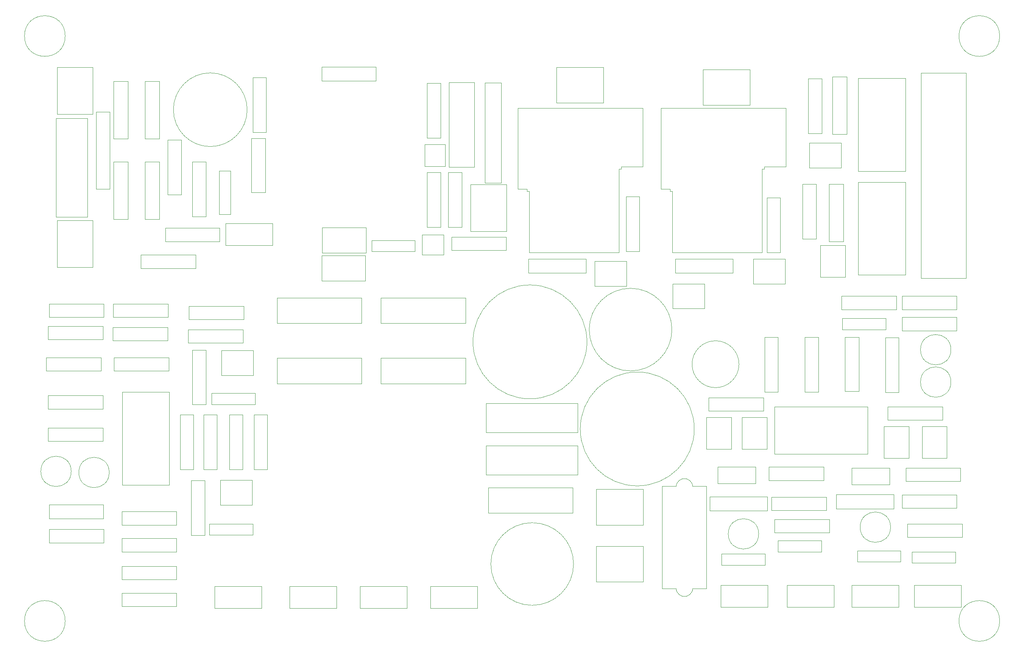
<source format=gbr>
%TF.GenerationSoftware,KiCad,Pcbnew,(5.1.9)-1*%
%TF.CreationDate,2021-11-22T08:04:15-03:00*%
%TF.ProjectId,inversor 1.2,696e7665-7273-46f7-9220-312e322e6b69,rev?*%
%TF.SameCoordinates,Original*%
%TF.FileFunction,Other,User*%
%FSLAX46Y46*%
G04 Gerber Fmt 4.6, Leading zero omitted, Abs format (unit mm)*
G04 Created by KiCad (PCBNEW (5.1.9)-1) date 2021-11-22 08:04:15*
%MOMM*%
%LPD*%
G01*
G04 APERTURE LIST*
%ADD10C,0.050000*%
G04 APERTURE END LIST*
D10*
%TO.C,R23*%
X56000000Y-37450000D02*
X53000000Y-37450000D01*
X53000000Y-37450000D02*
X53000000Y-54790000D01*
X53000000Y-54790000D02*
X56000000Y-54790000D01*
X56000000Y-54790000D02*
X56000000Y-37450000D01*
%TO.C,R26*%
X88000000Y-42050000D02*
X91000000Y-42050000D01*
X91000000Y-42050000D02*
X91000000Y-29790000D01*
X91000000Y-29790000D02*
X88000000Y-29790000D01*
X88000000Y-29790000D02*
X88000000Y-42050000D01*
%TO.C,U2*%
X225550000Y-114100000D02*
X225550000Y-103550000D01*
X204700000Y-114100000D02*
X225550000Y-114100000D01*
X204700000Y-103550000D02*
X204700000Y-114100000D01*
X225550000Y-103550000D02*
X204700000Y-103550000D01*
%TO.C,U1*%
X69350000Y-100200000D02*
X58800000Y-100200000D01*
X69350000Y-121050000D02*
X69350000Y-100200000D01*
X58800000Y-121050000D02*
X69350000Y-121050000D01*
X58800000Y-100200000D02*
X58800000Y-121050000D01*
%TO.C,~*%
X46050000Y-151500000D02*
G75*
G03*
X46050000Y-151500000I-4550000J0D01*
G01*
X46050000Y-20500000D02*
G75*
G03*
X46050000Y-20500000I-4550000J0D01*
G01*
X255050000Y-151500000D02*
G75*
G03*
X255050000Y-151500000I-4550000J0D01*
G01*
X255050000Y-20500000D02*
G75*
G03*
X255050000Y-20500000I-4550000J0D01*
G01*
%TO.C,C12*%
X51000000Y-61050000D02*
X51000000Y-38950000D01*
X44000000Y-61050000D02*
X51000000Y-61050000D01*
X44000000Y-38950000D02*
X44000000Y-61050000D01*
X51000000Y-38950000D02*
X44000000Y-38950000D01*
%TO.C,C11*%
X186750000Y-108500000D02*
G75*
G03*
X186750000Y-108500000I-12750000J0D01*
G01*
%TO.C,C17*%
X162750000Y-89000000D02*
G75*
G03*
X162750000Y-89000000I-12750000J0D01*
G01*
%TO.C,R5*%
X42450000Y-131000000D02*
X42450000Y-134000000D01*
X42450000Y-134000000D02*
X54710000Y-134000000D01*
X54710000Y-134000000D02*
X54710000Y-131000000D01*
X54710000Y-131000000D02*
X42450000Y-131000000D01*
%TO.C,J6*%
X52250000Y-61790000D02*
X52250000Y-72290000D01*
X52250000Y-61790000D02*
X44250000Y-61790000D01*
X44250000Y-72290000D02*
X52250000Y-72290000D01*
X44250000Y-72290000D02*
X44250000Y-61790000D01*
%TO.C,TH3*%
X68960000Y-85750000D02*
X56700000Y-85750000D01*
X68960000Y-88750000D02*
X68960000Y-85750000D01*
X56700000Y-88750000D02*
X68960000Y-88750000D01*
X56700000Y-85750000D02*
X56700000Y-88750000D01*
%TO.C,C6*%
X196750000Y-94000000D02*
G75*
G03*
X196750000Y-94000000I-5250000J0D01*
G01*
%TO.C,Q22*%
X199990000Y-70450000D02*
X207090000Y-70450000D01*
X199990000Y-70450000D02*
X199990000Y-76010000D01*
X207090000Y-76010000D02*
X207090000Y-70450000D01*
X207090000Y-76010000D02*
X199990000Y-76010000D01*
%TO.C,Q21*%
X189010000Y-81550000D02*
X181910000Y-81550000D01*
X189010000Y-81550000D02*
X189010000Y-75990000D01*
X181910000Y-75990000D02*
X181910000Y-81550000D01*
X181910000Y-75990000D02*
X189010000Y-75990000D01*
%TO.C,Q20*%
X164490000Y-70950000D02*
X171590000Y-70950000D01*
X164490000Y-70950000D02*
X164490000Y-76510000D01*
X171590000Y-76510000D02*
X171590000Y-70950000D01*
X171590000Y-76510000D02*
X164490000Y-76510000D01*
%TO.C,Q19*%
X237700000Y-115010000D02*
X237700000Y-107910000D01*
X237700000Y-115010000D02*
X243260000Y-115010000D01*
X243260000Y-107910000D02*
X237700000Y-107910000D01*
X243260000Y-107910000D02*
X243260000Y-115010000D01*
%TO.C,Q18*%
X229200000Y-115010000D02*
X229200000Y-107910000D01*
X229200000Y-115010000D02*
X234760000Y-115010000D01*
X234760000Y-107910000D02*
X229200000Y-107910000D01*
X234760000Y-107910000D02*
X234760000Y-115010000D01*
%TO.C,Q17*%
X189450000Y-113010000D02*
X189450000Y-105910000D01*
X189450000Y-113010000D02*
X195010000Y-113010000D01*
X195010000Y-105910000D02*
X189450000Y-105910000D01*
X195010000Y-105910000D02*
X195010000Y-113010000D01*
%TO.C,Q16*%
X197450000Y-113010000D02*
X197450000Y-105910000D01*
X197450000Y-113010000D02*
X203010000Y-113010000D01*
X203010000Y-105910000D02*
X197450000Y-105910000D01*
X203010000Y-105910000D02*
X203010000Y-113010000D01*
%TO.C,Q15*%
X212490000Y-44450000D02*
X219590000Y-44450000D01*
X212490000Y-44450000D02*
X212490000Y-50010000D01*
X219590000Y-50010000D02*
X219590000Y-44450000D01*
X219590000Y-50010000D02*
X212490000Y-50010000D01*
%TO.C,Q14*%
X214950000Y-74510000D02*
X214950000Y-67410000D01*
X214950000Y-74510000D02*
X220510000Y-74510000D01*
X220510000Y-67410000D02*
X214950000Y-67410000D01*
X220510000Y-67410000D02*
X220510000Y-74510000D01*
%TO.C,C1*%
X55900000Y-118250000D02*
G75*
G03*
X55900000Y-118250000I-3400000J0D01*
G01*
%TO.C,C2*%
X201150000Y-132000000D02*
G75*
G03*
X201150000Y-132000000I-3400000J0D01*
G01*
%TO.C,C3*%
X47400000Y-118000000D02*
G75*
G03*
X47400000Y-118000000I-3400000J0D01*
G01*
%TO.C,C4*%
X115550000Y-27450000D02*
X103450000Y-27450000D01*
X115550000Y-30550000D02*
X115550000Y-27450000D01*
X103450000Y-30550000D02*
X115550000Y-30550000D01*
X103450000Y-27450000D02*
X103450000Y-30550000D01*
%TO.C,C5*%
X54550000Y-128550000D02*
X54550000Y-125450000D01*
X54550000Y-125450000D02*
X42450000Y-125450000D01*
X42450000Y-125450000D02*
X42450000Y-128550000D01*
X42450000Y-128550000D02*
X54550000Y-128550000D01*
%TO.C,C7*%
X230650000Y-130500000D02*
G75*
G03*
X230650000Y-130500000I-3400000J0D01*
G01*
%TO.C,C8*%
X244150000Y-98000000D02*
G75*
G03*
X244150000Y-98000000I-3400000J0D01*
G01*
%TO.C,C9*%
X159750000Y-138750000D02*
G75*
G03*
X159750000Y-138750000I-9250000J0D01*
G01*
%TO.C,C10*%
X220450000Y-87950000D02*
X220450000Y-100050000D01*
X223550000Y-87950000D02*
X220450000Y-87950000D01*
X223550000Y-100050000D02*
X223550000Y-87950000D01*
X220450000Y-100050000D02*
X223550000Y-100050000D01*
%TO.C,C13*%
X86750000Y-37000000D02*
G75*
G03*
X86750000Y-37000000I-8250000J0D01*
G01*
%TO.C,C14*%
X80550000Y-63450000D02*
X68450000Y-63450000D01*
X80550000Y-66550000D02*
X80550000Y-63450000D01*
X68450000Y-66550000D02*
X80550000Y-66550000D01*
X68450000Y-63450000D02*
X68450000Y-66550000D01*
%TO.C,C15*%
X90800000Y-43450000D02*
X87700000Y-43450000D01*
X87700000Y-43450000D02*
X87700000Y-55550000D01*
X87700000Y-55550000D02*
X90800000Y-55550000D01*
X90800000Y-55550000D02*
X90800000Y-43450000D01*
%TO.C,C16*%
X181750000Y-86250000D02*
G75*
G03*
X181750000Y-86250000I-9250000J0D01*
G01*
%TO.C,C18*%
X244150000Y-90750000D02*
G75*
G03*
X244150000Y-90750000I-3400000J0D01*
G01*
%TO.C,D1*%
X205450000Y-133500000D02*
X205450000Y-136000000D01*
X205450000Y-136000000D02*
X215170000Y-136000000D01*
X215170000Y-136000000D02*
X215170000Y-133500000D01*
X215170000Y-133500000D02*
X205450000Y-133500000D01*
%TO.C,D2*%
X203100000Y-123650000D02*
X190240000Y-123650000D01*
X203100000Y-126850000D02*
X203100000Y-123650000D01*
X190240000Y-126850000D02*
X203100000Y-126850000D01*
X190240000Y-123650000D02*
X190240000Y-126850000D01*
%TO.C,D3*%
X202550000Y-139000000D02*
X202550000Y-136500000D01*
X202550000Y-136500000D02*
X192830000Y-136500000D01*
X192830000Y-136500000D02*
X192830000Y-139000000D01*
X192830000Y-139000000D02*
X202550000Y-139000000D01*
%TO.C,D4*%
X232920000Y-135750000D02*
X223200000Y-135750000D01*
X232920000Y-138250000D02*
X232920000Y-135750000D01*
X223200000Y-138250000D02*
X232920000Y-138250000D01*
X223200000Y-135750000D02*
X223200000Y-138250000D01*
%TO.C,D5*%
X231350000Y-126350000D02*
X231350000Y-123150000D01*
X231350000Y-123150000D02*
X218490000Y-123150000D01*
X218490000Y-123150000D02*
X218490000Y-126350000D01*
X218490000Y-126350000D02*
X231350000Y-126350000D01*
%TO.C,D6*%
X245170000Y-136000000D02*
X235450000Y-136000000D01*
X245170000Y-138500000D02*
X245170000Y-136000000D01*
X235450000Y-138500000D02*
X245170000Y-138500000D01*
X235450000Y-136000000D02*
X235450000Y-138500000D01*
%TO.C,D7*%
X88050000Y-132250000D02*
X88050000Y-129750000D01*
X88050000Y-129750000D02*
X78330000Y-129750000D01*
X78330000Y-129750000D02*
X78330000Y-132250000D01*
X78330000Y-132250000D02*
X88050000Y-132250000D01*
%TO.C,D8*%
X78830000Y-103000000D02*
X88550000Y-103000000D01*
X78830000Y-100500000D02*
X78830000Y-103000000D01*
X88550000Y-100500000D02*
X78830000Y-100500000D01*
X88550000Y-103000000D02*
X88550000Y-100500000D01*
%TO.C,D9*%
X116660000Y-84850000D02*
X135600000Y-84850000D01*
X116660000Y-79150000D02*
X116660000Y-84850000D01*
X135600000Y-79150000D02*
X116660000Y-79150000D01*
X135600000Y-84850000D02*
X135600000Y-79150000D01*
%TO.C,D10*%
X112350000Y-84850000D02*
X112350000Y-79150000D01*
X112350000Y-79150000D02*
X93410000Y-79150000D01*
X93410000Y-79150000D02*
X93410000Y-84850000D01*
X93410000Y-84850000D02*
X112350000Y-84850000D01*
%TO.C,D11*%
X116660000Y-98350000D02*
X135600000Y-98350000D01*
X116660000Y-92650000D02*
X116660000Y-98350000D01*
X135600000Y-92650000D02*
X116660000Y-92650000D01*
X135600000Y-98350000D02*
X135600000Y-92650000D01*
%TO.C,D12*%
X112350000Y-98350000D02*
X112350000Y-92650000D01*
X112350000Y-92650000D02*
X93410000Y-92650000D01*
X93410000Y-92650000D02*
X93410000Y-98350000D01*
X93410000Y-98350000D02*
X112350000Y-98350000D01*
%TO.C,D13*%
X60100000Y-43510000D02*
X60100000Y-30650000D01*
X56900000Y-43510000D02*
X60100000Y-43510000D01*
X56900000Y-30650000D02*
X56900000Y-43510000D01*
X60100000Y-30650000D02*
X56900000Y-30650000D01*
%TO.C,D14*%
X60100000Y-61510000D02*
X60100000Y-48650000D01*
X56900000Y-61510000D02*
X60100000Y-61510000D01*
X56900000Y-48650000D02*
X56900000Y-61510000D01*
X60100000Y-48650000D02*
X56900000Y-48650000D01*
%TO.C,D15*%
X67100000Y-30650000D02*
X63900000Y-30650000D01*
X63900000Y-30650000D02*
X63900000Y-43510000D01*
X63900000Y-43510000D02*
X67100000Y-43510000D01*
X67100000Y-43510000D02*
X67100000Y-30650000D01*
%TO.C,D16*%
X67100000Y-61510000D02*
X67100000Y-48650000D01*
X63900000Y-61510000D02*
X67100000Y-61510000D01*
X63900000Y-48650000D02*
X63900000Y-61510000D01*
X67100000Y-48650000D02*
X63900000Y-48650000D01*
%TO.C,D17*%
X83000000Y-60420000D02*
X83000000Y-50700000D01*
X80500000Y-60420000D02*
X83000000Y-60420000D01*
X80500000Y-50700000D02*
X80500000Y-60420000D01*
X83000000Y-50700000D02*
X80500000Y-50700000D01*
%TO.C,D18*%
X131900000Y-30910000D02*
X131900000Y-49850000D01*
X137600000Y-30910000D02*
X131900000Y-30910000D01*
X137600000Y-49850000D02*
X137600000Y-30910000D01*
X131900000Y-49850000D02*
X137600000Y-49850000D01*
%TO.C,D19*%
X126500000Y-49650000D02*
X131000000Y-49650000D01*
X131000000Y-49650000D02*
X131000000Y-44800000D01*
X131000000Y-44800000D02*
X126500000Y-44800000D01*
X126500000Y-44800000D02*
X126500000Y-49650000D01*
%TO.C,D20*%
X130700000Y-65000000D02*
X125850000Y-65000000D01*
X130700000Y-69500000D02*
X130700000Y-65000000D01*
X125850000Y-69500000D02*
X130700000Y-69500000D01*
X125850000Y-65000000D02*
X125850000Y-69500000D01*
%TO.C,D23*%
X140650000Y-121650000D02*
X140650000Y-127350000D01*
X140650000Y-127350000D02*
X159590000Y-127350000D01*
X159590000Y-127350000D02*
X159590000Y-121650000D01*
X159590000Y-121650000D02*
X140650000Y-121650000D01*
%TO.C,D24*%
X220850000Y-29650000D02*
X217650000Y-29650000D01*
X217650000Y-29650000D02*
X217650000Y-42510000D01*
X217650000Y-42510000D02*
X220850000Y-42510000D01*
X220850000Y-42510000D02*
X220850000Y-29650000D01*
%TO.C,D27*%
X220100000Y-53650000D02*
X216900000Y-53650000D01*
X216900000Y-53650000D02*
X216900000Y-66510000D01*
X216900000Y-66510000D02*
X220100000Y-66510000D01*
X220100000Y-66510000D02*
X220100000Y-53650000D01*
%TO.C,D28*%
X149650000Y-70400000D02*
X149650000Y-73600000D01*
X149650000Y-73600000D02*
X162510000Y-73600000D01*
X162510000Y-73600000D02*
X162510000Y-70400000D01*
X162510000Y-70400000D02*
X149650000Y-70400000D01*
%TO.C,D29*%
X195350000Y-70400000D02*
X182490000Y-70400000D01*
X195350000Y-73600000D02*
X195350000Y-70400000D01*
X182490000Y-73600000D02*
X195350000Y-73600000D01*
X182490000Y-70400000D02*
X182490000Y-73600000D01*
%TO.C,DZ1*%
X114580000Y-68750000D02*
X124300000Y-68750000D01*
X114580000Y-66250000D02*
X114580000Y-68750000D01*
X124300000Y-66250000D02*
X114580000Y-66250000D01*
X124300000Y-68750000D02*
X124300000Y-66250000D01*
%TO.C,DZ2*%
X219830000Y-86250000D02*
X229550000Y-86250000D01*
X219830000Y-83750000D02*
X219830000Y-86250000D01*
X229550000Y-83750000D02*
X219830000Y-83750000D01*
X229550000Y-86250000D02*
X229550000Y-83750000D01*
%TO.C,F1*%
X160650000Y-109250000D02*
X140150000Y-109250000D01*
X160650000Y-109250000D02*
X160650000Y-102750000D01*
X140150000Y-102750000D02*
X140150000Y-109250000D01*
X140150000Y-102750000D02*
X160650000Y-102750000D01*
%TO.C,F2*%
X184950000Y-119650000D02*
X185750000Y-120050000D01*
X183250000Y-120050000D02*
X184050000Y-119650000D01*
X182650000Y-121100000D02*
X182650000Y-121350000D01*
X182750000Y-120750000D02*
X182650000Y-121100000D01*
X183250000Y-120050000D02*
X182750000Y-120750000D01*
X184950000Y-119650000D02*
X184050000Y-119650000D01*
X186250000Y-120750000D02*
X185750000Y-120050000D01*
X186350000Y-121100000D02*
X186250000Y-120750000D01*
X186350000Y-121350000D02*
X186350000Y-121100000D01*
X183250000Y-145550000D02*
X184050000Y-145950000D01*
X182750000Y-144850000D02*
X183250000Y-145550000D01*
X182650000Y-144500000D02*
X182750000Y-144850000D01*
X182650000Y-144250000D02*
X182650000Y-144500000D01*
X186250000Y-144850000D02*
X186350000Y-144500000D01*
X185750000Y-145550000D02*
X186250000Y-144850000D01*
X184950000Y-145950000D02*
X185750000Y-145550000D01*
X184050000Y-145950000D02*
X184950000Y-145950000D01*
X186350000Y-144250000D02*
X186350000Y-144500000D01*
X182650000Y-144250000D02*
X179550000Y-144250000D01*
X186350000Y-144250000D02*
X189450000Y-144250000D01*
X186350000Y-121350000D02*
X189450000Y-121350000D01*
X189450000Y-121350000D02*
X189450000Y-144250000D01*
X179550000Y-144250000D02*
X179550000Y-121350000D01*
X179550000Y-121350000D02*
X182650000Y-121350000D01*
%TO.C,F3*%
X140150000Y-112250000D02*
X160650000Y-112250000D01*
X140150000Y-112250000D02*
X140150000Y-118750000D01*
X160650000Y-118750000D02*
X160650000Y-112250000D01*
X160650000Y-118750000D02*
X140150000Y-118750000D01*
%TO.C,J1*%
X166460000Y-35500000D02*
X155960000Y-35500000D01*
X166460000Y-35500000D02*
X166460000Y-27500000D01*
X155960000Y-27500000D02*
X155960000Y-35500000D01*
X155960000Y-27500000D02*
X166460000Y-27500000D01*
%TO.C,J2*%
X188710000Y-28000000D02*
X199210000Y-28000000D01*
X188710000Y-28000000D02*
X188710000Y-36000000D01*
X199210000Y-36000000D02*
X199210000Y-28000000D01*
X199210000Y-36000000D02*
X188710000Y-36000000D01*
%TO.C,J3*%
X164790000Y-122000000D02*
X175290000Y-122000000D01*
X164790000Y-122000000D02*
X164790000Y-130000000D01*
X175290000Y-130000000D02*
X175290000Y-122000000D01*
X175290000Y-130000000D02*
X164790000Y-130000000D01*
%TO.C,J4*%
X175290000Y-142750000D02*
X164790000Y-142750000D01*
X175290000Y-142750000D02*
X175290000Y-134750000D01*
X164790000Y-134750000D02*
X164790000Y-142750000D01*
X164790000Y-134750000D02*
X175290000Y-134750000D01*
%TO.C,J5*%
X44250000Y-38040000D02*
X44250000Y-27540000D01*
X44250000Y-38040000D02*
X52250000Y-38040000D01*
X52250000Y-27540000D02*
X44250000Y-27540000D01*
X52250000Y-27540000D02*
X52250000Y-38040000D01*
%TO.C,J7*%
X247500000Y-74750000D02*
X247500000Y-28750000D01*
X237500000Y-74750000D02*
X247500000Y-74750000D01*
X237500000Y-28750000D02*
X237500000Y-74750000D01*
X247500000Y-28750000D02*
X237500000Y-28750000D01*
%TO.C,K1*%
X223390000Y-50760000D02*
X223390000Y-29960000D01*
X223390000Y-50760000D02*
X233990000Y-50760000D01*
X233990000Y-29960000D02*
X223390000Y-29960000D01*
X233990000Y-29960000D02*
X233990000Y-50760000D01*
%TO.C,K2*%
X233990000Y-53210000D02*
X233990000Y-74010000D01*
X233990000Y-53210000D02*
X223390000Y-53210000D01*
X223390000Y-74010000D02*
X233990000Y-74010000D01*
X223390000Y-74010000D02*
X223390000Y-53210000D01*
%TO.C,K3*%
X169900000Y-50270000D02*
X170410000Y-50270000D01*
X170410000Y-50270000D02*
X170410000Y-49760000D01*
X149290000Y-55270000D02*
X149290000Y-54760000D01*
X149290000Y-55270000D02*
X149800000Y-55270000D01*
X147300000Y-54760000D02*
X149290000Y-54760000D01*
X149800000Y-68960000D02*
X149800000Y-55270000D01*
X175200000Y-49760000D02*
X175200000Y-36660000D01*
X147300000Y-36660000D02*
X175200000Y-36660000D01*
X149800000Y-68960000D02*
X169900000Y-68960000D01*
X147300000Y-54760000D02*
X147300000Y-36660000D01*
X170410000Y-49760000D02*
X175200000Y-49760000D01*
X169900000Y-68960000D02*
X169900000Y-50270000D01*
%TO.C,K4*%
X201900000Y-68960000D02*
X201900000Y-50270000D01*
X202410000Y-49760000D02*
X207200000Y-49760000D01*
X179300000Y-54760000D02*
X179300000Y-36660000D01*
X181800000Y-68960000D02*
X201900000Y-68960000D01*
X179300000Y-36660000D02*
X207200000Y-36660000D01*
X207200000Y-49760000D02*
X207200000Y-36660000D01*
X181800000Y-68960000D02*
X181800000Y-55270000D01*
X179300000Y-54760000D02*
X181290000Y-54760000D01*
X181290000Y-55270000D02*
X181800000Y-55270000D01*
X181290000Y-55270000D02*
X181290000Y-54760000D01*
X202410000Y-50270000D02*
X202410000Y-49760000D01*
X201900000Y-50270000D02*
X202410000Y-50270000D01*
%TO.C,Q1*%
X191960000Y-120750000D02*
X200460000Y-120750000D01*
X191960000Y-117000000D02*
X191960000Y-120750000D01*
X200460000Y-117000000D02*
X191960000Y-117000000D01*
X200460000Y-120750000D02*
X200460000Y-117000000D01*
%TO.C,Q2*%
X203210000Y-148400000D02*
X203210000Y-143490000D01*
X203210000Y-143490000D02*
X192710000Y-143490000D01*
X192710000Y-143490000D02*
X192710000Y-148400000D01*
X192710000Y-148400000D02*
X203210000Y-148400000D01*
%TO.C,Q3*%
X207460000Y-148400000D02*
X217960000Y-148400000D01*
X207460000Y-143490000D02*
X207460000Y-148400000D01*
X217960000Y-143490000D02*
X207460000Y-143490000D01*
X217960000Y-148400000D02*
X217960000Y-143490000D01*
%TO.C,Q4*%
X232460000Y-148400000D02*
X232460000Y-143490000D01*
X232460000Y-143490000D02*
X221960000Y-143490000D01*
X221960000Y-143490000D02*
X221960000Y-148400000D01*
X221960000Y-148400000D02*
X232460000Y-148400000D01*
%TO.C,Q5*%
X246460000Y-148400000D02*
X246460000Y-143490000D01*
X246460000Y-143490000D02*
X235960000Y-143490000D01*
X235960000Y-143490000D02*
X235960000Y-148400000D01*
X235960000Y-148400000D02*
X246460000Y-148400000D01*
%TO.C,Q6*%
X230460000Y-121000000D02*
X230460000Y-117250000D01*
X230460000Y-117250000D02*
X221960000Y-117250000D01*
X221960000Y-117250000D02*
X221960000Y-121000000D01*
X221960000Y-121000000D02*
X230460000Y-121000000D01*
%TO.C,Q7*%
X80740000Y-119950000D02*
X87840000Y-119950000D01*
X80740000Y-119950000D02*
X80740000Y-125510000D01*
X87840000Y-125510000D02*
X87840000Y-119950000D01*
X87840000Y-125510000D02*
X80740000Y-125510000D01*
%TO.C,Q8*%
X79460000Y-148650000D02*
X89960000Y-148650000D01*
X79460000Y-143740000D02*
X79460000Y-148650000D01*
X89960000Y-143740000D02*
X79460000Y-143740000D01*
X89960000Y-148650000D02*
X89960000Y-143740000D01*
%TO.C,Q9*%
X96210000Y-148650000D02*
X106710000Y-148650000D01*
X96210000Y-143740000D02*
X96210000Y-148650000D01*
X106710000Y-143740000D02*
X96210000Y-143740000D01*
X106710000Y-148650000D02*
X106710000Y-143740000D01*
%TO.C,Q10*%
X88090000Y-96510000D02*
X80990000Y-96510000D01*
X88090000Y-96510000D02*
X88090000Y-90950000D01*
X80990000Y-90950000D02*
X80990000Y-96510000D01*
X80990000Y-90950000D02*
X88090000Y-90950000D01*
%TO.C,Q11*%
X111960000Y-148650000D02*
X122460000Y-148650000D01*
X111960000Y-143740000D02*
X111960000Y-148650000D01*
X122460000Y-143740000D02*
X111960000Y-143740000D01*
X122460000Y-148650000D02*
X122460000Y-143740000D01*
%TO.C,Q12*%
X127710000Y-148650000D02*
X138210000Y-148650000D01*
X127710000Y-143740000D02*
X127710000Y-148650000D01*
X138210000Y-143740000D02*
X127710000Y-143740000D01*
X138210000Y-148650000D02*
X138210000Y-143740000D01*
%TO.C,Q13*%
X92460000Y-67400000D02*
X92460000Y-62490000D01*
X92460000Y-62490000D02*
X81960000Y-62490000D01*
X81960000Y-62490000D02*
X81960000Y-67400000D01*
X81960000Y-67400000D02*
X92460000Y-67400000D01*
%TO.C,R1*%
X215710000Y-117000000D02*
X203450000Y-117000000D01*
X215710000Y-120000000D02*
X215710000Y-117000000D01*
X203450000Y-120000000D02*
X215710000Y-120000000D01*
X203450000Y-117000000D02*
X203450000Y-120000000D01*
%TO.C,R2*%
X216300000Y-123750000D02*
X204040000Y-123750000D01*
X216300000Y-126750000D02*
X216300000Y-123750000D01*
X204040000Y-126750000D02*
X216300000Y-126750000D01*
X204040000Y-123750000D02*
X204040000Y-126750000D01*
%TO.C,R3*%
X216960000Y-128750000D02*
X204700000Y-128750000D01*
X216960000Y-131750000D02*
X216960000Y-128750000D01*
X204700000Y-131750000D02*
X216960000Y-131750000D01*
X204700000Y-128750000D02*
X204700000Y-131750000D01*
%TO.C,R4*%
X54460000Y-108250000D02*
X42200000Y-108250000D01*
X54460000Y-111250000D02*
X54460000Y-108250000D01*
X42200000Y-111250000D02*
X54460000Y-111250000D01*
X42200000Y-108250000D02*
X42200000Y-111250000D01*
%TO.C,R6*%
X42200000Y-85500000D02*
X42200000Y-88500000D01*
X42200000Y-88500000D02*
X54460000Y-88500000D01*
X54460000Y-88500000D02*
X54460000Y-85500000D01*
X54460000Y-85500000D02*
X42200000Y-85500000D01*
%TO.C,R7*%
X42200000Y-101000000D02*
X42200000Y-104000000D01*
X42200000Y-104000000D02*
X54460000Y-104000000D01*
X54460000Y-104000000D02*
X54460000Y-101000000D01*
X54460000Y-101000000D02*
X42200000Y-101000000D01*
%TO.C,R8*%
X234450000Y-129750000D02*
X234450000Y-132750000D01*
X234450000Y-132750000D02*
X246710000Y-132750000D01*
X246710000Y-132750000D02*
X246710000Y-129750000D01*
X246710000Y-129750000D02*
X234450000Y-129750000D01*
%TO.C,R9*%
X74250000Y-132300000D02*
X77250000Y-132300000D01*
X77250000Y-132300000D02*
X77250000Y-120040000D01*
X77250000Y-120040000D02*
X74250000Y-120040000D01*
X74250000Y-120040000D02*
X74250000Y-132300000D01*
%TO.C,R10*%
X245460000Y-123250000D02*
X233200000Y-123250000D01*
X245460000Y-126250000D02*
X245460000Y-123250000D01*
X233200000Y-126250000D02*
X245460000Y-126250000D01*
X233200000Y-123250000D02*
X233200000Y-126250000D01*
%TO.C,R11*%
X234040000Y-120250000D02*
X246300000Y-120250000D01*
X234040000Y-117250000D02*
X234040000Y-120250000D01*
X246300000Y-117250000D02*
X234040000Y-117250000D01*
X246300000Y-120250000D02*
X246300000Y-117250000D01*
%TO.C,R12*%
X77000000Y-105290000D02*
X77000000Y-117550000D01*
X80000000Y-105290000D02*
X77000000Y-105290000D01*
X80000000Y-117550000D02*
X80000000Y-105290000D01*
X77000000Y-117550000D02*
X80000000Y-117550000D01*
%TO.C,R13*%
X71750000Y-117550000D02*
X74750000Y-117550000D01*
X74750000Y-117550000D02*
X74750000Y-105290000D01*
X74750000Y-105290000D02*
X71750000Y-105290000D01*
X71750000Y-105290000D02*
X71750000Y-117550000D01*
%TO.C,R14*%
X74500000Y-103050000D02*
X77500000Y-103050000D01*
X77500000Y-103050000D02*
X77500000Y-90790000D01*
X77500000Y-90790000D02*
X74500000Y-90790000D01*
X74500000Y-90790000D02*
X74500000Y-103050000D01*
%TO.C,R15*%
X82750000Y-105290000D02*
X82750000Y-117550000D01*
X85750000Y-105290000D02*
X82750000Y-105290000D01*
X85750000Y-117550000D02*
X85750000Y-105290000D01*
X82750000Y-117550000D02*
X85750000Y-117550000D01*
%TO.C,R16*%
X58700000Y-139250000D02*
X58700000Y-142250000D01*
X58700000Y-142250000D02*
X70960000Y-142250000D01*
X70960000Y-142250000D02*
X70960000Y-139250000D01*
X70960000Y-139250000D02*
X58700000Y-139250000D01*
%TO.C,R17*%
X214500000Y-87950000D02*
X211500000Y-87950000D01*
X211500000Y-87950000D02*
X211500000Y-100210000D01*
X211500000Y-100210000D02*
X214500000Y-100210000D01*
X214500000Y-100210000D02*
X214500000Y-87950000D01*
%TO.C,R18*%
X202210000Y-101500000D02*
X189950000Y-101500000D01*
X202210000Y-104500000D02*
X202210000Y-101500000D01*
X189950000Y-104500000D02*
X202210000Y-104500000D01*
X189950000Y-101500000D02*
X189950000Y-104500000D01*
%TO.C,R19*%
X70960000Y-145250000D02*
X58700000Y-145250000D01*
X70960000Y-148250000D02*
X70960000Y-145250000D01*
X58700000Y-148250000D02*
X70960000Y-148250000D01*
X58700000Y-145250000D02*
X58700000Y-148250000D01*
%TO.C,R20*%
X58700000Y-133000000D02*
X58700000Y-136000000D01*
X58700000Y-136000000D02*
X70960000Y-136000000D01*
X70960000Y-136000000D02*
X70960000Y-133000000D01*
X70960000Y-133000000D02*
X58700000Y-133000000D01*
%TO.C,R21*%
X73700000Y-81000000D02*
X73700000Y-84000000D01*
X73700000Y-84000000D02*
X85960000Y-84000000D01*
X85960000Y-84000000D02*
X85960000Y-81000000D01*
X85960000Y-81000000D02*
X73700000Y-81000000D01*
%TO.C,R22*%
X73540000Y-89250000D02*
X85800000Y-89250000D01*
X73540000Y-86250000D02*
X73540000Y-89250000D01*
X85800000Y-86250000D02*
X73540000Y-86250000D01*
X85800000Y-89250000D02*
X85800000Y-86250000D01*
%TO.C,R24*%
X69000000Y-56050000D02*
X72000000Y-56050000D01*
X72000000Y-56050000D02*
X72000000Y-43790000D01*
X72000000Y-43790000D02*
X69000000Y-43790000D01*
X69000000Y-43790000D02*
X69000000Y-56050000D01*
%TO.C,R25*%
X77500000Y-60960000D02*
X77500000Y-48700000D01*
X74500000Y-60960000D02*
X77500000Y-60960000D01*
X74500000Y-48700000D02*
X74500000Y-60960000D01*
X77500000Y-48700000D02*
X74500000Y-48700000D01*
%TO.C,R27*%
X127000000Y-63300000D02*
X130000000Y-63300000D01*
X130000000Y-63300000D02*
X130000000Y-51040000D01*
X130000000Y-51040000D02*
X127000000Y-51040000D01*
X127000000Y-51040000D02*
X127000000Y-63300000D01*
%TO.C,R28*%
X131750000Y-63300000D02*
X134750000Y-63300000D01*
X134750000Y-63300000D02*
X134750000Y-51040000D01*
X134750000Y-51040000D02*
X131750000Y-51040000D01*
X131750000Y-51040000D02*
X131750000Y-63300000D01*
%TO.C,R29*%
X143600000Y-53370000D02*
X143600000Y-30950000D01*
X139900000Y-53370000D02*
X143600000Y-53370000D01*
X139900000Y-30950000D02*
X139900000Y-53370000D01*
X143600000Y-30950000D02*
X139900000Y-30950000D01*
%TO.C,R30*%
X214000000Y-53700000D02*
X211000000Y-53700000D01*
X211000000Y-53700000D02*
X211000000Y-65960000D01*
X211000000Y-65960000D02*
X214000000Y-65960000D01*
X214000000Y-65960000D02*
X214000000Y-53700000D01*
%TO.C,R31*%
X88250000Y-105290000D02*
X88250000Y-117550000D01*
X91250000Y-105290000D02*
X88250000Y-105290000D01*
X91250000Y-117550000D02*
X91250000Y-105290000D01*
X88250000Y-117550000D02*
X91250000Y-117550000D01*
%TO.C,R32*%
X58700000Y-127000000D02*
X58700000Y-130000000D01*
X58700000Y-130000000D02*
X70960000Y-130000000D01*
X70960000Y-130000000D02*
X70960000Y-127000000D01*
X70960000Y-127000000D02*
X58700000Y-127000000D01*
%TO.C,R33*%
X229500000Y-88040000D02*
X229500000Y-100300000D01*
X232500000Y-88040000D02*
X229500000Y-88040000D01*
X232500000Y-100300000D02*
X232500000Y-88040000D01*
X229500000Y-100300000D02*
X232500000Y-100300000D01*
%TO.C,R34*%
X205500000Y-87950000D02*
X202500000Y-87950000D01*
X202500000Y-87950000D02*
X202500000Y-100210000D01*
X202500000Y-100210000D02*
X205500000Y-100210000D01*
X205500000Y-100210000D02*
X205500000Y-87950000D01*
%TO.C,R35*%
X242300000Y-106500000D02*
X242300000Y-103500000D01*
X242300000Y-103500000D02*
X230040000Y-103500000D01*
X230040000Y-103500000D02*
X230040000Y-106500000D01*
X230040000Y-106500000D02*
X242300000Y-106500000D01*
%TO.C,R36*%
X127000000Y-31040000D02*
X127000000Y-43300000D01*
X130000000Y-31040000D02*
X127000000Y-31040000D01*
X130000000Y-43300000D02*
X130000000Y-31040000D01*
X127000000Y-43300000D02*
X130000000Y-43300000D01*
%TO.C,R37*%
X144710000Y-65500000D02*
X132450000Y-65500000D01*
X144710000Y-68500000D02*
X144710000Y-65500000D01*
X132450000Y-68500000D02*
X144710000Y-68500000D01*
X132450000Y-65500000D02*
X132450000Y-68500000D01*
%TO.C,R38*%
X212250000Y-30040000D02*
X212250000Y-42300000D01*
X215250000Y-30040000D02*
X212250000Y-30040000D01*
X215250000Y-42300000D02*
X215250000Y-30040000D01*
X212250000Y-42300000D02*
X215250000Y-42300000D01*
%TO.C,R39*%
X75210000Y-69500000D02*
X62950000Y-69500000D01*
X75210000Y-72500000D02*
X75210000Y-69500000D01*
X62950000Y-72500000D02*
X75210000Y-72500000D01*
X62950000Y-69500000D02*
X62950000Y-72500000D01*
%TO.C,R40*%
X245460000Y-83500000D02*
X233200000Y-83500000D01*
X245460000Y-86500000D02*
X245460000Y-83500000D01*
X233200000Y-86500000D02*
X245460000Y-86500000D01*
X233200000Y-83500000D02*
X233200000Y-86500000D01*
%TO.C,R41*%
X219700000Y-78750000D02*
X219700000Y-81750000D01*
X219700000Y-81750000D02*
X231960000Y-81750000D01*
X231960000Y-81750000D02*
X231960000Y-78750000D01*
X231960000Y-78750000D02*
X219700000Y-78750000D01*
%TO.C,R42*%
X56950000Y-92500000D02*
X56950000Y-95500000D01*
X56950000Y-95500000D02*
X69210000Y-95500000D01*
X69210000Y-95500000D02*
X69210000Y-92500000D01*
X69210000Y-92500000D02*
X56950000Y-92500000D01*
%TO.C,R43*%
X69050000Y-83500000D02*
X69050000Y-80500000D01*
X69050000Y-80500000D02*
X56790000Y-80500000D01*
X56790000Y-80500000D02*
X56790000Y-83500000D01*
X56790000Y-83500000D02*
X69050000Y-83500000D01*
%TO.C,R44*%
X54710000Y-80500000D02*
X42450000Y-80500000D01*
X54710000Y-83500000D02*
X54710000Y-80500000D01*
X42450000Y-83500000D02*
X54710000Y-83500000D01*
X42450000Y-80500000D02*
X42450000Y-83500000D01*
%TO.C,R45*%
X54050000Y-95500000D02*
X54050000Y-92500000D01*
X54050000Y-92500000D02*
X41790000Y-92500000D01*
X41790000Y-92500000D02*
X41790000Y-95500000D01*
X41790000Y-95500000D02*
X54050000Y-95500000D01*
%TO.C,R46*%
X174500000Y-56450000D02*
X171500000Y-56450000D01*
X171500000Y-56450000D02*
X171500000Y-68710000D01*
X171500000Y-68710000D02*
X174500000Y-68710000D01*
X174500000Y-68710000D02*
X174500000Y-56450000D01*
%TO.C,R47*%
X206000000Y-68960000D02*
X206000000Y-56700000D01*
X203000000Y-68960000D02*
X206000000Y-68960000D01*
X203000000Y-56700000D02*
X203000000Y-68960000D01*
X206000000Y-56700000D02*
X203000000Y-56700000D01*
%TO.C,R48*%
X245460000Y-78750000D02*
X233200000Y-78750000D01*
X245460000Y-81750000D02*
X245460000Y-78750000D01*
X233200000Y-81750000D02*
X245460000Y-81750000D01*
X233200000Y-78750000D02*
X233200000Y-81750000D01*
%TO.C,SW1*%
X136750000Y-64210000D02*
X136750000Y-53710000D01*
X136750000Y-64210000D02*
X144750000Y-64210000D01*
X144750000Y-53710000D02*
X136750000Y-53710000D01*
X144750000Y-53710000D02*
X144750000Y-64210000D01*
%TO.C,U3*%
X113350000Y-69050000D02*
X113350000Y-63400000D01*
X113350000Y-63400000D02*
X103550000Y-63400000D01*
X103550000Y-63400000D02*
X103550000Y-69050000D01*
X103550000Y-69050000D02*
X113350000Y-69050000D01*
%TO.C,U4*%
X113200000Y-69700000D02*
X103400000Y-69700000D01*
X113200000Y-75350000D02*
X113200000Y-69700000D01*
X103400000Y-75350000D02*
X113200000Y-75350000D01*
X103400000Y-69700000D02*
X103400000Y-75350000D01*
%TD*%
M02*

</source>
